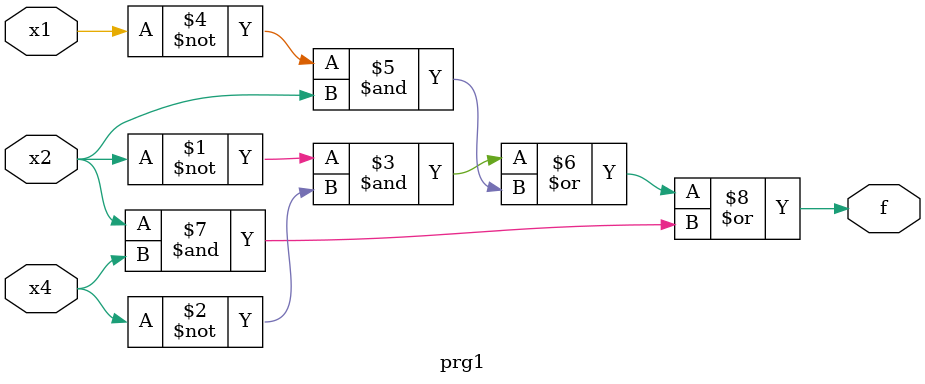
<source format=v>
module prg1(x1,x2,x4,f);
input x1,x2,x4;
output f;
assign f= (~x2&~x4)|(~x1&x2)|(x2&x4);
endmodule

</source>
